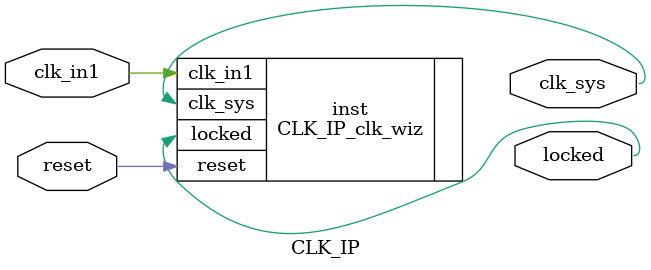
<source format=v>


`timescale 1ps/1ps

(* CORE_GENERATION_INFO = "CLK_IP,clk_wiz_v6_0_10_0_0,{component_name=CLK_IP,use_phase_alignment=true,use_min_o_jitter=false,use_max_i_jitter=false,use_dyn_phase_shift=false,use_inclk_switchover=false,use_dyn_reconfig=false,enable_axi=0,feedback_source=FDBK_AUTO,PRIMITIVE=MMCM,num_out_clk=1,clkin1_period=10.000,clkin2_period=10.000,use_power_down=false,use_reset=true,use_locked=true,use_inclk_stopped=false,feedback_type=SINGLE,CLOCK_MGR_TYPE=NA,manual_override=false}" *)

module CLK_IP 
 (
  // Clock out ports
  output        clk_sys,
  // Status and control signals
  input         reset,
  output        locked,
 // Clock in ports
  input         clk_in1
 );

  CLK_IP_clk_wiz inst
  (
  // Clock out ports  
  .clk_sys(clk_sys),
  // Status and control signals               
  .reset(reset), 
  .locked(locked),
 // Clock in ports
  .clk_in1(clk_in1)
  );

endmodule

</source>
